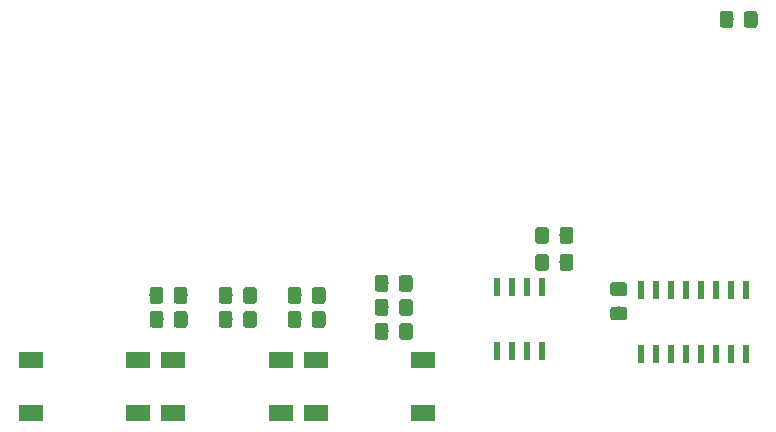
<source format=gbr>
G04 #@! TF.GenerationSoftware,KiCad,Pcbnew,5.0.2+dfsg1-1*
G04 #@! TF.CreationDate,2019-10-16T13:58:15+02:00*
G04 #@! TF.ProjectId,BEE,4245452e-6b69-4636-9164-5f7063625858,rev?*
G04 #@! TF.SameCoordinates,Original*
G04 #@! TF.FileFunction,Paste,Top*
G04 #@! TF.FilePolarity,Positive*
%FSLAX46Y46*%
G04 Gerber Fmt 4.6, Leading zero omitted, Abs format (unit mm)*
G04 Created by KiCad (PCBNEW 5.0.2+dfsg1-1) date Wed 16 Oct 2019 01:58:15 PM CEST*
%MOMM*%
%LPD*%
G01*
G04 APERTURE LIST*
%ADD10C,0.100000*%
%ADD11C,1.150000*%
%ADD12R,0.600000X1.500000*%
%ADD13R,2.100000X1.400000*%
%ADD14R,0.600000X1.550000*%
G04 APERTURE END LIST*
D10*
G04 #@! TO.C,D2*
G36*
X123557505Y-109791204D02*
X123581773Y-109794804D01*
X123605572Y-109800765D01*
X123628671Y-109809030D01*
X123650850Y-109819520D01*
X123671893Y-109832132D01*
X123691599Y-109846747D01*
X123709777Y-109863223D01*
X123726253Y-109881401D01*
X123740868Y-109901107D01*
X123753480Y-109922150D01*
X123763970Y-109944329D01*
X123772235Y-109967428D01*
X123778196Y-109991227D01*
X123781796Y-110015495D01*
X123783000Y-110039999D01*
X123783000Y-110940001D01*
X123781796Y-110964505D01*
X123778196Y-110988773D01*
X123772235Y-111012572D01*
X123763970Y-111035671D01*
X123753480Y-111057850D01*
X123740868Y-111078893D01*
X123726253Y-111098599D01*
X123709777Y-111116777D01*
X123691599Y-111133253D01*
X123671893Y-111147868D01*
X123650850Y-111160480D01*
X123628671Y-111170970D01*
X123605572Y-111179235D01*
X123581773Y-111185196D01*
X123557505Y-111188796D01*
X123533001Y-111190000D01*
X122882999Y-111190000D01*
X122858495Y-111188796D01*
X122834227Y-111185196D01*
X122810428Y-111179235D01*
X122787329Y-111170970D01*
X122765150Y-111160480D01*
X122744107Y-111147868D01*
X122724401Y-111133253D01*
X122706223Y-111116777D01*
X122689747Y-111098599D01*
X122675132Y-111078893D01*
X122662520Y-111057850D01*
X122652030Y-111035671D01*
X122643765Y-111012572D01*
X122637804Y-110988773D01*
X122634204Y-110964505D01*
X122633000Y-110940001D01*
X122633000Y-110039999D01*
X122634204Y-110015495D01*
X122637804Y-109991227D01*
X122643765Y-109967428D01*
X122652030Y-109944329D01*
X122662520Y-109922150D01*
X122675132Y-109901107D01*
X122689747Y-109881401D01*
X122706223Y-109863223D01*
X122724401Y-109846747D01*
X122744107Y-109832132D01*
X122765150Y-109819520D01*
X122787329Y-109809030D01*
X122810428Y-109800765D01*
X122834227Y-109794804D01*
X122858495Y-109791204D01*
X122882999Y-109790000D01*
X123533001Y-109790000D01*
X123557505Y-109791204D01*
X123557505Y-109791204D01*
G37*
D11*
X123208000Y-110490000D03*
D10*
G36*
X121507505Y-109791204D02*
X121531773Y-109794804D01*
X121555572Y-109800765D01*
X121578671Y-109809030D01*
X121600850Y-109819520D01*
X121621893Y-109832132D01*
X121641599Y-109846747D01*
X121659777Y-109863223D01*
X121676253Y-109881401D01*
X121690868Y-109901107D01*
X121703480Y-109922150D01*
X121713970Y-109944329D01*
X121722235Y-109967428D01*
X121728196Y-109991227D01*
X121731796Y-110015495D01*
X121733000Y-110039999D01*
X121733000Y-110940001D01*
X121731796Y-110964505D01*
X121728196Y-110988773D01*
X121722235Y-111012572D01*
X121713970Y-111035671D01*
X121703480Y-111057850D01*
X121690868Y-111078893D01*
X121676253Y-111098599D01*
X121659777Y-111116777D01*
X121641599Y-111133253D01*
X121621893Y-111147868D01*
X121600850Y-111160480D01*
X121578671Y-111170970D01*
X121555572Y-111179235D01*
X121531773Y-111185196D01*
X121507505Y-111188796D01*
X121483001Y-111190000D01*
X120832999Y-111190000D01*
X120808495Y-111188796D01*
X120784227Y-111185196D01*
X120760428Y-111179235D01*
X120737329Y-111170970D01*
X120715150Y-111160480D01*
X120694107Y-111147868D01*
X120674401Y-111133253D01*
X120656223Y-111116777D01*
X120639747Y-111098599D01*
X120625132Y-111078893D01*
X120612520Y-111057850D01*
X120602030Y-111035671D01*
X120593765Y-111012572D01*
X120587804Y-110988773D01*
X120584204Y-110964505D01*
X120583000Y-110940001D01*
X120583000Y-110039999D01*
X120584204Y-110015495D01*
X120587804Y-109991227D01*
X120593765Y-109967428D01*
X120602030Y-109944329D01*
X120612520Y-109922150D01*
X120625132Y-109901107D01*
X120639747Y-109881401D01*
X120656223Y-109863223D01*
X120674401Y-109846747D01*
X120694107Y-109832132D01*
X120715150Y-109819520D01*
X120737329Y-109809030D01*
X120760428Y-109800765D01*
X120784227Y-109794804D01*
X120808495Y-109791204D01*
X120832999Y-109790000D01*
X121483001Y-109790000D01*
X121507505Y-109791204D01*
X121507505Y-109791204D01*
G37*
D11*
X121158000Y-110490000D03*
G04 #@! TD*
D12*
G04 #@! TO.C,U1*
X156337000Y-108044000D03*
X157607000Y-108044000D03*
X158877000Y-108044000D03*
X160147000Y-108044000D03*
X161417000Y-108044000D03*
X162687000Y-108044000D03*
X163957000Y-108044000D03*
X165227000Y-108044000D03*
X165227000Y-113444000D03*
X163957000Y-113444000D03*
X162687000Y-113444000D03*
X161417000Y-113444000D03*
X160147000Y-113444000D03*
X158877000Y-113444000D03*
X157607000Y-113444000D03*
X156337000Y-113444000D03*
G04 #@! TD*
D10*
G04 #@! TO.C,R2*
G36*
X123557505Y-107759204D02*
X123581773Y-107762804D01*
X123605572Y-107768765D01*
X123628671Y-107777030D01*
X123650850Y-107787520D01*
X123671893Y-107800132D01*
X123691599Y-107814747D01*
X123709777Y-107831223D01*
X123726253Y-107849401D01*
X123740868Y-107869107D01*
X123753480Y-107890150D01*
X123763970Y-107912329D01*
X123772235Y-107935428D01*
X123778196Y-107959227D01*
X123781796Y-107983495D01*
X123783000Y-108007999D01*
X123783000Y-108908001D01*
X123781796Y-108932505D01*
X123778196Y-108956773D01*
X123772235Y-108980572D01*
X123763970Y-109003671D01*
X123753480Y-109025850D01*
X123740868Y-109046893D01*
X123726253Y-109066599D01*
X123709777Y-109084777D01*
X123691599Y-109101253D01*
X123671893Y-109115868D01*
X123650850Y-109128480D01*
X123628671Y-109138970D01*
X123605572Y-109147235D01*
X123581773Y-109153196D01*
X123557505Y-109156796D01*
X123533001Y-109158000D01*
X122882999Y-109158000D01*
X122858495Y-109156796D01*
X122834227Y-109153196D01*
X122810428Y-109147235D01*
X122787329Y-109138970D01*
X122765150Y-109128480D01*
X122744107Y-109115868D01*
X122724401Y-109101253D01*
X122706223Y-109084777D01*
X122689747Y-109066599D01*
X122675132Y-109046893D01*
X122662520Y-109025850D01*
X122652030Y-109003671D01*
X122643765Y-108980572D01*
X122637804Y-108956773D01*
X122634204Y-108932505D01*
X122633000Y-108908001D01*
X122633000Y-108007999D01*
X122634204Y-107983495D01*
X122637804Y-107959227D01*
X122643765Y-107935428D01*
X122652030Y-107912329D01*
X122662520Y-107890150D01*
X122675132Y-107869107D01*
X122689747Y-107849401D01*
X122706223Y-107831223D01*
X122724401Y-107814747D01*
X122744107Y-107800132D01*
X122765150Y-107787520D01*
X122787329Y-107777030D01*
X122810428Y-107768765D01*
X122834227Y-107762804D01*
X122858495Y-107759204D01*
X122882999Y-107758000D01*
X123533001Y-107758000D01*
X123557505Y-107759204D01*
X123557505Y-107759204D01*
G37*
D11*
X123208000Y-108458000D03*
D10*
G36*
X121507505Y-107759204D02*
X121531773Y-107762804D01*
X121555572Y-107768765D01*
X121578671Y-107777030D01*
X121600850Y-107787520D01*
X121621893Y-107800132D01*
X121641599Y-107814747D01*
X121659777Y-107831223D01*
X121676253Y-107849401D01*
X121690868Y-107869107D01*
X121703480Y-107890150D01*
X121713970Y-107912329D01*
X121722235Y-107935428D01*
X121728196Y-107959227D01*
X121731796Y-107983495D01*
X121733000Y-108007999D01*
X121733000Y-108908001D01*
X121731796Y-108932505D01*
X121728196Y-108956773D01*
X121722235Y-108980572D01*
X121713970Y-109003671D01*
X121703480Y-109025850D01*
X121690868Y-109046893D01*
X121676253Y-109066599D01*
X121659777Y-109084777D01*
X121641599Y-109101253D01*
X121621893Y-109115868D01*
X121600850Y-109128480D01*
X121578671Y-109138970D01*
X121555572Y-109147235D01*
X121531773Y-109153196D01*
X121507505Y-109156796D01*
X121483001Y-109158000D01*
X120832999Y-109158000D01*
X120808495Y-109156796D01*
X120784227Y-109153196D01*
X120760428Y-109147235D01*
X120737329Y-109138970D01*
X120715150Y-109128480D01*
X120694107Y-109115868D01*
X120674401Y-109101253D01*
X120656223Y-109084777D01*
X120639747Y-109066599D01*
X120625132Y-109046893D01*
X120612520Y-109025850D01*
X120602030Y-109003671D01*
X120593765Y-108980572D01*
X120587804Y-108956773D01*
X120584204Y-108932505D01*
X120583000Y-108908001D01*
X120583000Y-108007999D01*
X120584204Y-107983495D01*
X120587804Y-107959227D01*
X120593765Y-107935428D01*
X120602030Y-107912329D01*
X120612520Y-107890150D01*
X120625132Y-107869107D01*
X120639747Y-107849401D01*
X120656223Y-107831223D01*
X120674401Y-107814747D01*
X120694107Y-107800132D01*
X120715150Y-107787520D01*
X120737329Y-107777030D01*
X120760428Y-107768765D01*
X120784227Y-107762804D01*
X120808495Y-107759204D01*
X120832999Y-107758000D01*
X121483001Y-107758000D01*
X121507505Y-107759204D01*
X121507505Y-107759204D01*
G37*
D11*
X121158000Y-108458000D03*
G04 #@! TD*
D10*
G04 #@! TO.C,R3*
G36*
X129390505Y-107759204D02*
X129414773Y-107762804D01*
X129438572Y-107768765D01*
X129461671Y-107777030D01*
X129483850Y-107787520D01*
X129504893Y-107800132D01*
X129524599Y-107814747D01*
X129542777Y-107831223D01*
X129559253Y-107849401D01*
X129573868Y-107869107D01*
X129586480Y-107890150D01*
X129596970Y-107912329D01*
X129605235Y-107935428D01*
X129611196Y-107959227D01*
X129614796Y-107983495D01*
X129616000Y-108007999D01*
X129616000Y-108908001D01*
X129614796Y-108932505D01*
X129611196Y-108956773D01*
X129605235Y-108980572D01*
X129596970Y-109003671D01*
X129586480Y-109025850D01*
X129573868Y-109046893D01*
X129559253Y-109066599D01*
X129542777Y-109084777D01*
X129524599Y-109101253D01*
X129504893Y-109115868D01*
X129483850Y-109128480D01*
X129461671Y-109138970D01*
X129438572Y-109147235D01*
X129414773Y-109153196D01*
X129390505Y-109156796D01*
X129366001Y-109158000D01*
X128715999Y-109158000D01*
X128691495Y-109156796D01*
X128667227Y-109153196D01*
X128643428Y-109147235D01*
X128620329Y-109138970D01*
X128598150Y-109128480D01*
X128577107Y-109115868D01*
X128557401Y-109101253D01*
X128539223Y-109084777D01*
X128522747Y-109066599D01*
X128508132Y-109046893D01*
X128495520Y-109025850D01*
X128485030Y-109003671D01*
X128476765Y-108980572D01*
X128470804Y-108956773D01*
X128467204Y-108932505D01*
X128466000Y-108908001D01*
X128466000Y-108007999D01*
X128467204Y-107983495D01*
X128470804Y-107959227D01*
X128476765Y-107935428D01*
X128485030Y-107912329D01*
X128495520Y-107890150D01*
X128508132Y-107869107D01*
X128522747Y-107849401D01*
X128539223Y-107831223D01*
X128557401Y-107814747D01*
X128577107Y-107800132D01*
X128598150Y-107787520D01*
X128620329Y-107777030D01*
X128643428Y-107768765D01*
X128667227Y-107762804D01*
X128691495Y-107759204D01*
X128715999Y-107758000D01*
X129366001Y-107758000D01*
X129390505Y-107759204D01*
X129390505Y-107759204D01*
G37*
D11*
X129041000Y-108458000D03*
D10*
G36*
X127340505Y-107759204D02*
X127364773Y-107762804D01*
X127388572Y-107768765D01*
X127411671Y-107777030D01*
X127433850Y-107787520D01*
X127454893Y-107800132D01*
X127474599Y-107814747D01*
X127492777Y-107831223D01*
X127509253Y-107849401D01*
X127523868Y-107869107D01*
X127536480Y-107890150D01*
X127546970Y-107912329D01*
X127555235Y-107935428D01*
X127561196Y-107959227D01*
X127564796Y-107983495D01*
X127566000Y-108007999D01*
X127566000Y-108908001D01*
X127564796Y-108932505D01*
X127561196Y-108956773D01*
X127555235Y-108980572D01*
X127546970Y-109003671D01*
X127536480Y-109025850D01*
X127523868Y-109046893D01*
X127509253Y-109066599D01*
X127492777Y-109084777D01*
X127474599Y-109101253D01*
X127454893Y-109115868D01*
X127433850Y-109128480D01*
X127411671Y-109138970D01*
X127388572Y-109147235D01*
X127364773Y-109153196D01*
X127340505Y-109156796D01*
X127316001Y-109158000D01*
X126665999Y-109158000D01*
X126641495Y-109156796D01*
X126617227Y-109153196D01*
X126593428Y-109147235D01*
X126570329Y-109138970D01*
X126548150Y-109128480D01*
X126527107Y-109115868D01*
X126507401Y-109101253D01*
X126489223Y-109084777D01*
X126472747Y-109066599D01*
X126458132Y-109046893D01*
X126445520Y-109025850D01*
X126435030Y-109003671D01*
X126426765Y-108980572D01*
X126420804Y-108956773D01*
X126417204Y-108932505D01*
X126416000Y-108908001D01*
X126416000Y-108007999D01*
X126417204Y-107983495D01*
X126420804Y-107959227D01*
X126426765Y-107935428D01*
X126435030Y-107912329D01*
X126445520Y-107890150D01*
X126458132Y-107869107D01*
X126472747Y-107849401D01*
X126489223Y-107831223D01*
X126507401Y-107814747D01*
X126527107Y-107800132D01*
X126548150Y-107787520D01*
X126570329Y-107777030D01*
X126593428Y-107768765D01*
X126617227Y-107762804D01*
X126641495Y-107759204D01*
X126665999Y-107758000D01*
X127316001Y-107758000D01*
X127340505Y-107759204D01*
X127340505Y-107759204D01*
G37*
D11*
X126991000Y-108458000D03*
G04 #@! TD*
D10*
G04 #@! TO.C,D1*
G36*
X117706505Y-109791204D02*
X117730773Y-109794804D01*
X117754572Y-109800765D01*
X117777671Y-109809030D01*
X117799850Y-109819520D01*
X117820893Y-109832132D01*
X117840599Y-109846747D01*
X117858777Y-109863223D01*
X117875253Y-109881401D01*
X117889868Y-109901107D01*
X117902480Y-109922150D01*
X117912970Y-109944329D01*
X117921235Y-109967428D01*
X117927196Y-109991227D01*
X117930796Y-110015495D01*
X117932000Y-110039999D01*
X117932000Y-110940001D01*
X117930796Y-110964505D01*
X117927196Y-110988773D01*
X117921235Y-111012572D01*
X117912970Y-111035671D01*
X117902480Y-111057850D01*
X117889868Y-111078893D01*
X117875253Y-111098599D01*
X117858777Y-111116777D01*
X117840599Y-111133253D01*
X117820893Y-111147868D01*
X117799850Y-111160480D01*
X117777671Y-111170970D01*
X117754572Y-111179235D01*
X117730773Y-111185196D01*
X117706505Y-111188796D01*
X117682001Y-111190000D01*
X117031999Y-111190000D01*
X117007495Y-111188796D01*
X116983227Y-111185196D01*
X116959428Y-111179235D01*
X116936329Y-111170970D01*
X116914150Y-111160480D01*
X116893107Y-111147868D01*
X116873401Y-111133253D01*
X116855223Y-111116777D01*
X116838747Y-111098599D01*
X116824132Y-111078893D01*
X116811520Y-111057850D01*
X116801030Y-111035671D01*
X116792765Y-111012572D01*
X116786804Y-110988773D01*
X116783204Y-110964505D01*
X116782000Y-110940001D01*
X116782000Y-110039999D01*
X116783204Y-110015495D01*
X116786804Y-109991227D01*
X116792765Y-109967428D01*
X116801030Y-109944329D01*
X116811520Y-109922150D01*
X116824132Y-109901107D01*
X116838747Y-109881401D01*
X116855223Y-109863223D01*
X116873401Y-109846747D01*
X116893107Y-109832132D01*
X116914150Y-109819520D01*
X116936329Y-109809030D01*
X116959428Y-109800765D01*
X116983227Y-109794804D01*
X117007495Y-109791204D01*
X117031999Y-109790000D01*
X117682001Y-109790000D01*
X117706505Y-109791204D01*
X117706505Y-109791204D01*
G37*
D11*
X117357000Y-110490000D03*
D10*
G36*
X115656505Y-109791204D02*
X115680773Y-109794804D01*
X115704572Y-109800765D01*
X115727671Y-109809030D01*
X115749850Y-109819520D01*
X115770893Y-109832132D01*
X115790599Y-109846747D01*
X115808777Y-109863223D01*
X115825253Y-109881401D01*
X115839868Y-109901107D01*
X115852480Y-109922150D01*
X115862970Y-109944329D01*
X115871235Y-109967428D01*
X115877196Y-109991227D01*
X115880796Y-110015495D01*
X115882000Y-110039999D01*
X115882000Y-110940001D01*
X115880796Y-110964505D01*
X115877196Y-110988773D01*
X115871235Y-111012572D01*
X115862970Y-111035671D01*
X115852480Y-111057850D01*
X115839868Y-111078893D01*
X115825253Y-111098599D01*
X115808777Y-111116777D01*
X115790599Y-111133253D01*
X115770893Y-111147868D01*
X115749850Y-111160480D01*
X115727671Y-111170970D01*
X115704572Y-111179235D01*
X115680773Y-111185196D01*
X115656505Y-111188796D01*
X115632001Y-111190000D01*
X114981999Y-111190000D01*
X114957495Y-111188796D01*
X114933227Y-111185196D01*
X114909428Y-111179235D01*
X114886329Y-111170970D01*
X114864150Y-111160480D01*
X114843107Y-111147868D01*
X114823401Y-111133253D01*
X114805223Y-111116777D01*
X114788747Y-111098599D01*
X114774132Y-111078893D01*
X114761520Y-111057850D01*
X114751030Y-111035671D01*
X114742765Y-111012572D01*
X114736804Y-110988773D01*
X114733204Y-110964505D01*
X114732000Y-110940001D01*
X114732000Y-110039999D01*
X114733204Y-110015495D01*
X114736804Y-109991227D01*
X114742765Y-109967428D01*
X114751030Y-109944329D01*
X114761520Y-109922150D01*
X114774132Y-109901107D01*
X114788747Y-109881401D01*
X114805223Y-109863223D01*
X114823401Y-109846747D01*
X114843107Y-109832132D01*
X114864150Y-109819520D01*
X114886329Y-109809030D01*
X114909428Y-109800765D01*
X114933227Y-109794804D01*
X114957495Y-109791204D01*
X114981999Y-109790000D01*
X115632001Y-109790000D01*
X115656505Y-109791204D01*
X115656505Y-109791204D01*
G37*
D11*
X115307000Y-110490000D03*
G04 #@! TD*
D10*
G04 #@! TO.C,R1*
G36*
X117697505Y-107759204D02*
X117721773Y-107762804D01*
X117745572Y-107768765D01*
X117768671Y-107777030D01*
X117790850Y-107787520D01*
X117811893Y-107800132D01*
X117831599Y-107814747D01*
X117849777Y-107831223D01*
X117866253Y-107849401D01*
X117880868Y-107869107D01*
X117893480Y-107890150D01*
X117903970Y-107912329D01*
X117912235Y-107935428D01*
X117918196Y-107959227D01*
X117921796Y-107983495D01*
X117923000Y-108007999D01*
X117923000Y-108908001D01*
X117921796Y-108932505D01*
X117918196Y-108956773D01*
X117912235Y-108980572D01*
X117903970Y-109003671D01*
X117893480Y-109025850D01*
X117880868Y-109046893D01*
X117866253Y-109066599D01*
X117849777Y-109084777D01*
X117831599Y-109101253D01*
X117811893Y-109115868D01*
X117790850Y-109128480D01*
X117768671Y-109138970D01*
X117745572Y-109147235D01*
X117721773Y-109153196D01*
X117697505Y-109156796D01*
X117673001Y-109158000D01*
X117022999Y-109158000D01*
X116998495Y-109156796D01*
X116974227Y-109153196D01*
X116950428Y-109147235D01*
X116927329Y-109138970D01*
X116905150Y-109128480D01*
X116884107Y-109115868D01*
X116864401Y-109101253D01*
X116846223Y-109084777D01*
X116829747Y-109066599D01*
X116815132Y-109046893D01*
X116802520Y-109025850D01*
X116792030Y-109003671D01*
X116783765Y-108980572D01*
X116777804Y-108956773D01*
X116774204Y-108932505D01*
X116773000Y-108908001D01*
X116773000Y-108007999D01*
X116774204Y-107983495D01*
X116777804Y-107959227D01*
X116783765Y-107935428D01*
X116792030Y-107912329D01*
X116802520Y-107890150D01*
X116815132Y-107869107D01*
X116829747Y-107849401D01*
X116846223Y-107831223D01*
X116864401Y-107814747D01*
X116884107Y-107800132D01*
X116905150Y-107787520D01*
X116927329Y-107777030D01*
X116950428Y-107768765D01*
X116974227Y-107762804D01*
X116998495Y-107759204D01*
X117022999Y-107758000D01*
X117673001Y-107758000D01*
X117697505Y-107759204D01*
X117697505Y-107759204D01*
G37*
D11*
X117348000Y-108458000D03*
D10*
G36*
X115647505Y-107759204D02*
X115671773Y-107762804D01*
X115695572Y-107768765D01*
X115718671Y-107777030D01*
X115740850Y-107787520D01*
X115761893Y-107800132D01*
X115781599Y-107814747D01*
X115799777Y-107831223D01*
X115816253Y-107849401D01*
X115830868Y-107869107D01*
X115843480Y-107890150D01*
X115853970Y-107912329D01*
X115862235Y-107935428D01*
X115868196Y-107959227D01*
X115871796Y-107983495D01*
X115873000Y-108007999D01*
X115873000Y-108908001D01*
X115871796Y-108932505D01*
X115868196Y-108956773D01*
X115862235Y-108980572D01*
X115853970Y-109003671D01*
X115843480Y-109025850D01*
X115830868Y-109046893D01*
X115816253Y-109066599D01*
X115799777Y-109084777D01*
X115781599Y-109101253D01*
X115761893Y-109115868D01*
X115740850Y-109128480D01*
X115718671Y-109138970D01*
X115695572Y-109147235D01*
X115671773Y-109153196D01*
X115647505Y-109156796D01*
X115623001Y-109158000D01*
X114972999Y-109158000D01*
X114948495Y-109156796D01*
X114924227Y-109153196D01*
X114900428Y-109147235D01*
X114877329Y-109138970D01*
X114855150Y-109128480D01*
X114834107Y-109115868D01*
X114814401Y-109101253D01*
X114796223Y-109084777D01*
X114779747Y-109066599D01*
X114765132Y-109046893D01*
X114752520Y-109025850D01*
X114742030Y-109003671D01*
X114733765Y-108980572D01*
X114727804Y-108956773D01*
X114724204Y-108932505D01*
X114723000Y-108908001D01*
X114723000Y-108007999D01*
X114724204Y-107983495D01*
X114727804Y-107959227D01*
X114733765Y-107935428D01*
X114742030Y-107912329D01*
X114752520Y-107890150D01*
X114765132Y-107869107D01*
X114779747Y-107849401D01*
X114796223Y-107831223D01*
X114814401Y-107814747D01*
X114834107Y-107800132D01*
X114855150Y-107787520D01*
X114877329Y-107777030D01*
X114900428Y-107768765D01*
X114924227Y-107762804D01*
X114948495Y-107759204D01*
X114972999Y-107758000D01*
X115623001Y-107758000D01*
X115647505Y-107759204D01*
X115647505Y-107759204D01*
G37*
D11*
X115298000Y-108458000D03*
G04 #@! TD*
D10*
G04 #@! TO.C,D3*
G36*
X129390505Y-109791204D02*
X129414773Y-109794804D01*
X129438572Y-109800765D01*
X129461671Y-109809030D01*
X129483850Y-109819520D01*
X129504893Y-109832132D01*
X129524599Y-109846747D01*
X129542777Y-109863223D01*
X129559253Y-109881401D01*
X129573868Y-109901107D01*
X129586480Y-109922150D01*
X129596970Y-109944329D01*
X129605235Y-109967428D01*
X129611196Y-109991227D01*
X129614796Y-110015495D01*
X129616000Y-110039999D01*
X129616000Y-110940001D01*
X129614796Y-110964505D01*
X129611196Y-110988773D01*
X129605235Y-111012572D01*
X129596970Y-111035671D01*
X129586480Y-111057850D01*
X129573868Y-111078893D01*
X129559253Y-111098599D01*
X129542777Y-111116777D01*
X129524599Y-111133253D01*
X129504893Y-111147868D01*
X129483850Y-111160480D01*
X129461671Y-111170970D01*
X129438572Y-111179235D01*
X129414773Y-111185196D01*
X129390505Y-111188796D01*
X129366001Y-111190000D01*
X128715999Y-111190000D01*
X128691495Y-111188796D01*
X128667227Y-111185196D01*
X128643428Y-111179235D01*
X128620329Y-111170970D01*
X128598150Y-111160480D01*
X128577107Y-111147868D01*
X128557401Y-111133253D01*
X128539223Y-111116777D01*
X128522747Y-111098599D01*
X128508132Y-111078893D01*
X128495520Y-111057850D01*
X128485030Y-111035671D01*
X128476765Y-111012572D01*
X128470804Y-110988773D01*
X128467204Y-110964505D01*
X128466000Y-110940001D01*
X128466000Y-110039999D01*
X128467204Y-110015495D01*
X128470804Y-109991227D01*
X128476765Y-109967428D01*
X128485030Y-109944329D01*
X128495520Y-109922150D01*
X128508132Y-109901107D01*
X128522747Y-109881401D01*
X128539223Y-109863223D01*
X128557401Y-109846747D01*
X128577107Y-109832132D01*
X128598150Y-109819520D01*
X128620329Y-109809030D01*
X128643428Y-109800765D01*
X128667227Y-109794804D01*
X128691495Y-109791204D01*
X128715999Y-109790000D01*
X129366001Y-109790000D01*
X129390505Y-109791204D01*
X129390505Y-109791204D01*
G37*
D11*
X129041000Y-110490000D03*
D10*
G36*
X127340505Y-109791204D02*
X127364773Y-109794804D01*
X127388572Y-109800765D01*
X127411671Y-109809030D01*
X127433850Y-109819520D01*
X127454893Y-109832132D01*
X127474599Y-109846747D01*
X127492777Y-109863223D01*
X127509253Y-109881401D01*
X127523868Y-109901107D01*
X127536480Y-109922150D01*
X127546970Y-109944329D01*
X127555235Y-109967428D01*
X127561196Y-109991227D01*
X127564796Y-110015495D01*
X127566000Y-110039999D01*
X127566000Y-110940001D01*
X127564796Y-110964505D01*
X127561196Y-110988773D01*
X127555235Y-111012572D01*
X127546970Y-111035671D01*
X127536480Y-111057850D01*
X127523868Y-111078893D01*
X127509253Y-111098599D01*
X127492777Y-111116777D01*
X127474599Y-111133253D01*
X127454893Y-111147868D01*
X127433850Y-111160480D01*
X127411671Y-111170970D01*
X127388572Y-111179235D01*
X127364773Y-111185196D01*
X127340505Y-111188796D01*
X127316001Y-111190000D01*
X126665999Y-111190000D01*
X126641495Y-111188796D01*
X126617227Y-111185196D01*
X126593428Y-111179235D01*
X126570329Y-111170970D01*
X126548150Y-111160480D01*
X126527107Y-111147868D01*
X126507401Y-111133253D01*
X126489223Y-111116777D01*
X126472747Y-111098599D01*
X126458132Y-111078893D01*
X126445520Y-111057850D01*
X126435030Y-111035671D01*
X126426765Y-111012572D01*
X126420804Y-110988773D01*
X126417204Y-110964505D01*
X126416000Y-110940001D01*
X126416000Y-110039999D01*
X126417204Y-110015495D01*
X126420804Y-109991227D01*
X126426765Y-109967428D01*
X126435030Y-109944329D01*
X126445520Y-109922150D01*
X126458132Y-109901107D01*
X126472747Y-109881401D01*
X126489223Y-109863223D01*
X126507401Y-109846747D01*
X126527107Y-109832132D01*
X126548150Y-109819520D01*
X126570329Y-109809030D01*
X126593428Y-109800765D01*
X126617227Y-109794804D01*
X126641495Y-109791204D01*
X126665999Y-109790000D01*
X127316001Y-109790000D01*
X127340505Y-109791204D01*
X127340505Y-109791204D01*
G37*
D11*
X126991000Y-110490000D03*
G04 #@! TD*
D10*
G04 #@! TO.C,R4*
G36*
X134715505Y-108775204D02*
X134739773Y-108778804D01*
X134763572Y-108784765D01*
X134786671Y-108793030D01*
X134808850Y-108803520D01*
X134829893Y-108816132D01*
X134849599Y-108830747D01*
X134867777Y-108847223D01*
X134884253Y-108865401D01*
X134898868Y-108885107D01*
X134911480Y-108906150D01*
X134921970Y-108928329D01*
X134930235Y-108951428D01*
X134936196Y-108975227D01*
X134939796Y-108999495D01*
X134941000Y-109023999D01*
X134941000Y-109924001D01*
X134939796Y-109948505D01*
X134936196Y-109972773D01*
X134930235Y-109996572D01*
X134921970Y-110019671D01*
X134911480Y-110041850D01*
X134898868Y-110062893D01*
X134884253Y-110082599D01*
X134867777Y-110100777D01*
X134849599Y-110117253D01*
X134829893Y-110131868D01*
X134808850Y-110144480D01*
X134786671Y-110154970D01*
X134763572Y-110163235D01*
X134739773Y-110169196D01*
X134715505Y-110172796D01*
X134691001Y-110174000D01*
X134040999Y-110174000D01*
X134016495Y-110172796D01*
X133992227Y-110169196D01*
X133968428Y-110163235D01*
X133945329Y-110154970D01*
X133923150Y-110144480D01*
X133902107Y-110131868D01*
X133882401Y-110117253D01*
X133864223Y-110100777D01*
X133847747Y-110082599D01*
X133833132Y-110062893D01*
X133820520Y-110041850D01*
X133810030Y-110019671D01*
X133801765Y-109996572D01*
X133795804Y-109972773D01*
X133792204Y-109948505D01*
X133791000Y-109924001D01*
X133791000Y-109023999D01*
X133792204Y-108999495D01*
X133795804Y-108975227D01*
X133801765Y-108951428D01*
X133810030Y-108928329D01*
X133820520Y-108906150D01*
X133833132Y-108885107D01*
X133847747Y-108865401D01*
X133864223Y-108847223D01*
X133882401Y-108830747D01*
X133902107Y-108816132D01*
X133923150Y-108803520D01*
X133945329Y-108793030D01*
X133968428Y-108784765D01*
X133992227Y-108778804D01*
X134016495Y-108775204D01*
X134040999Y-108774000D01*
X134691001Y-108774000D01*
X134715505Y-108775204D01*
X134715505Y-108775204D01*
G37*
D11*
X134366000Y-109474000D03*
D10*
G36*
X136765505Y-108775204D02*
X136789773Y-108778804D01*
X136813572Y-108784765D01*
X136836671Y-108793030D01*
X136858850Y-108803520D01*
X136879893Y-108816132D01*
X136899599Y-108830747D01*
X136917777Y-108847223D01*
X136934253Y-108865401D01*
X136948868Y-108885107D01*
X136961480Y-108906150D01*
X136971970Y-108928329D01*
X136980235Y-108951428D01*
X136986196Y-108975227D01*
X136989796Y-108999495D01*
X136991000Y-109023999D01*
X136991000Y-109924001D01*
X136989796Y-109948505D01*
X136986196Y-109972773D01*
X136980235Y-109996572D01*
X136971970Y-110019671D01*
X136961480Y-110041850D01*
X136948868Y-110062893D01*
X136934253Y-110082599D01*
X136917777Y-110100777D01*
X136899599Y-110117253D01*
X136879893Y-110131868D01*
X136858850Y-110144480D01*
X136836671Y-110154970D01*
X136813572Y-110163235D01*
X136789773Y-110169196D01*
X136765505Y-110172796D01*
X136741001Y-110174000D01*
X136090999Y-110174000D01*
X136066495Y-110172796D01*
X136042227Y-110169196D01*
X136018428Y-110163235D01*
X135995329Y-110154970D01*
X135973150Y-110144480D01*
X135952107Y-110131868D01*
X135932401Y-110117253D01*
X135914223Y-110100777D01*
X135897747Y-110082599D01*
X135883132Y-110062893D01*
X135870520Y-110041850D01*
X135860030Y-110019671D01*
X135851765Y-109996572D01*
X135845804Y-109972773D01*
X135842204Y-109948505D01*
X135841000Y-109924001D01*
X135841000Y-109023999D01*
X135842204Y-108999495D01*
X135845804Y-108975227D01*
X135851765Y-108951428D01*
X135860030Y-108928329D01*
X135870520Y-108906150D01*
X135883132Y-108885107D01*
X135897747Y-108865401D01*
X135914223Y-108847223D01*
X135932401Y-108830747D01*
X135952107Y-108816132D01*
X135973150Y-108803520D01*
X135995329Y-108793030D01*
X136018428Y-108784765D01*
X136042227Y-108778804D01*
X136066495Y-108775204D01*
X136090999Y-108774000D01*
X136741001Y-108774000D01*
X136765505Y-108775204D01*
X136765505Y-108775204D01*
G37*
D11*
X136416000Y-109474000D03*
G04 #@! TD*
D10*
G04 #@! TO.C,R5*
G36*
X134715505Y-110807204D02*
X134739773Y-110810804D01*
X134763572Y-110816765D01*
X134786671Y-110825030D01*
X134808850Y-110835520D01*
X134829893Y-110848132D01*
X134849599Y-110862747D01*
X134867777Y-110879223D01*
X134884253Y-110897401D01*
X134898868Y-110917107D01*
X134911480Y-110938150D01*
X134921970Y-110960329D01*
X134930235Y-110983428D01*
X134936196Y-111007227D01*
X134939796Y-111031495D01*
X134941000Y-111055999D01*
X134941000Y-111956001D01*
X134939796Y-111980505D01*
X134936196Y-112004773D01*
X134930235Y-112028572D01*
X134921970Y-112051671D01*
X134911480Y-112073850D01*
X134898868Y-112094893D01*
X134884253Y-112114599D01*
X134867777Y-112132777D01*
X134849599Y-112149253D01*
X134829893Y-112163868D01*
X134808850Y-112176480D01*
X134786671Y-112186970D01*
X134763572Y-112195235D01*
X134739773Y-112201196D01*
X134715505Y-112204796D01*
X134691001Y-112206000D01*
X134040999Y-112206000D01*
X134016495Y-112204796D01*
X133992227Y-112201196D01*
X133968428Y-112195235D01*
X133945329Y-112186970D01*
X133923150Y-112176480D01*
X133902107Y-112163868D01*
X133882401Y-112149253D01*
X133864223Y-112132777D01*
X133847747Y-112114599D01*
X133833132Y-112094893D01*
X133820520Y-112073850D01*
X133810030Y-112051671D01*
X133801765Y-112028572D01*
X133795804Y-112004773D01*
X133792204Y-111980505D01*
X133791000Y-111956001D01*
X133791000Y-111055999D01*
X133792204Y-111031495D01*
X133795804Y-111007227D01*
X133801765Y-110983428D01*
X133810030Y-110960329D01*
X133820520Y-110938150D01*
X133833132Y-110917107D01*
X133847747Y-110897401D01*
X133864223Y-110879223D01*
X133882401Y-110862747D01*
X133902107Y-110848132D01*
X133923150Y-110835520D01*
X133945329Y-110825030D01*
X133968428Y-110816765D01*
X133992227Y-110810804D01*
X134016495Y-110807204D01*
X134040999Y-110806000D01*
X134691001Y-110806000D01*
X134715505Y-110807204D01*
X134715505Y-110807204D01*
G37*
D11*
X134366000Y-111506000D03*
D10*
G36*
X136765505Y-110807204D02*
X136789773Y-110810804D01*
X136813572Y-110816765D01*
X136836671Y-110825030D01*
X136858850Y-110835520D01*
X136879893Y-110848132D01*
X136899599Y-110862747D01*
X136917777Y-110879223D01*
X136934253Y-110897401D01*
X136948868Y-110917107D01*
X136961480Y-110938150D01*
X136971970Y-110960329D01*
X136980235Y-110983428D01*
X136986196Y-111007227D01*
X136989796Y-111031495D01*
X136991000Y-111055999D01*
X136991000Y-111956001D01*
X136989796Y-111980505D01*
X136986196Y-112004773D01*
X136980235Y-112028572D01*
X136971970Y-112051671D01*
X136961480Y-112073850D01*
X136948868Y-112094893D01*
X136934253Y-112114599D01*
X136917777Y-112132777D01*
X136899599Y-112149253D01*
X136879893Y-112163868D01*
X136858850Y-112176480D01*
X136836671Y-112186970D01*
X136813572Y-112195235D01*
X136789773Y-112201196D01*
X136765505Y-112204796D01*
X136741001Y-112206000D01*
X136090999Y-112206000D01*
X136066495Y-112204796D01*
X136042227Y-112201196D01*
X136018428Y-112195235D01*
X135995329Y-112186970D01*
X135973150Y-112176480D01*
X135952107Y-112163868D01*
X135932401Y-112149253D01*
X135914223Y-112132777D01*
X135897747Y-112114599D01*
X135883132Y-112094893D01*
X135870520Y-112073850D01*
X135860030Y-112051671D01*
X135851765Y-112028572D01*
X135845804Y-112004773D01*
X135842204Y-111980505D01*
X135841000Y-111956001D01*
X135841000Y-111055999D01*
X135842204Y-111031495D01*
X135845804Y-111007227D01*
X135851765Y-110983428D01*
X135860030Y-110960329D01*
X135870520Y-110938150D01*
X135883132Y-110917107D01*
X135897747Y-110897401D01*
X135914223Y-110879223D01*
X135932401Y-110862747D01*
X135952107Y-110848132D01*
X135973150Y-110835520D01*
X135995329Y-110825030D01*
X136018428Y-110816765D01*
X136042227Y-110810804D01*
X136066495Y-110807204D01*
X136090999Y-110806000D01*
X136741001Y-110806000D01*
X136765505Y-110807204D01*
X136765505Y-110807204D01*
G37*
D11*
X136416000Y-111506000D03*
G04 #@! TD*
D10*
G04 #@! TO.C,R6*
G36*
X134706505Y-106743204D02*
X134730773Y-106746804D01*
X134754572Y-106752765D01*
X134777671Y-106761030D01*
X134799850Y-106771520D01*
X134820893Y-106784132D01*
X134840599Y-106798747D01*
X134858777Y-106815223D01*
X134875253Y-106833401D01*
X134889868Y-106853107D01*
X134902480Y-106874150D01*
X134912970Y-106896329D01*
X134921235Y-106919428D01*
X134927196Y-106943227D01*
X134930796Y-106967495D01*
X134932000Y-106991999D01*
X134932000Y-107892001D01*
X134930796Y-107916505D01*
X134927196Y-107940773D01*
X134921235Y-107964572D01*
X134912970Y-107987671D01*
X134902480Y-108009850D01*
X134889868Y-108030893D01*
X134875253Y-108050599D01*
X134858777Y-108068777D01*
X134840599Y-108085253D01*
X134820893Y-108099868D01*
X134799850Y-108112480D01*
X134777671Y-108122970D01*
X134754572Y-108131235D01*
X134730773Y-108137196D01*
X134706505Y-108140796D01*
X134682001Y-108142000D01*
X134031999Y-108142000D01*
X134007495Y-108140796D01*
X133983227Y-108137196D01*
X133959428Y-108131235D01*
X133936329Y-108122970D01*
X133914150Y-108112480D01*
X133893107Y-108099868D01*
X133873401Y-108085253D01*
X133855223Y-108068777D01*
X133838747Y-108050599D01*
X133824132Y-108030893D01*
X133811520Y-108009850D01*
X133801030Y-107987671D01*
X133792765Y-107964572D01*
X133786804Y-107940773D01*
X133783204Y-107916505D01*
X133782000Y-107892001D01*
X133782000Y-106991999D01*
X133783204Y-106967495D01*
X133786804Y-106943227D01*
X133792765Y-106919428D01*
X133801030Y-106896329D01*
X133811520Y-106874150D01*
X133824132Y-106853107D01*
X133838747Y-106833401D01*
X133855223Y-106815223D01*
X133873401Y-106798747D01*
X133893107Y-106784132D01*
X133914150Y-106771520D01*
X133936329Y-106761030D01*
X133959428Y-106752765D01*
X133983227Y-106746804D01*
X134007495Y-106743204D01*
X134031999Y-106742000D01*
X134682001Y-106742000D01*
X134706505Y-106743204D01*
X134706505Y-106743204D01*
G37*
D11*
X134357000Y-107442000D03*
D10*
G36*
X136756505Y-106743204D02*
X136780773Y-106746804D01*
X136804572Y-106752765D01*
X136827671Y-106761030D01*
X136849850Y-106771520D01*
X136870893Y-106784132D01*
X136890599Y-106798747D01*
X136908777Y-106815223D01*
X136925253Y-106833401D01*
X136939868Y-106853107D01*
X136952480Y-106874150D01*
X136962970Y-106896329D01*
X136971235Y-106919428D01*
X136977196Y-106943227D01*
X136980796Y-106967495D01*
X136982000Y-106991999D01*
X136982000Y-107892001D01*
X136980796Y-107916505D01*
X136977196Y-107940773D01*
X136971235Y-107964572D01*
X136962970Y-107987671D01*
X136952480Y-108009850D01*
X136939868Y-108030893D01*
X136925253Y-108050599D01*
X136908777Y-108068777D01*
X136890599Y-108085253D01*
X136870893Y-108099868D01*
X136849850Y-108112480D01*
X136827671Y-108122970D01*
X136804572Y-108131235D01*
X136780773Y-108137196D01*
X136756505Y-108140796D01*
X136732001Y-108142000D01*
X136081999Y-108142000D01*
X136057495Y-108140796D01*
X136033227Y-108137196D01*
X136009428Y-108131235D01*
X135986329Y-108122970D01*
X135964150Y-108112480D01*
X135943107Y-108099868D01*
X135923401Y-108085253D01*
X135905223Y-108068777D01*
X135888747Y-108050599D01*
X135874132Y-108030893D01*
X135861520Y-108009850D01*
X135851030Y-107987671D01*
X135842765Y-107964572D01*
X135836804Y-107940773D01*
X135833204Y-107916505D01*
X135832000Y-107892001D01*
X135832000Y-106991999D01*
X135833204Y-106967495D01*
X135836804Y-106943227D01*
X135842765Y-106919428D01*
X135851030Y-106896329D01*
X135861520Y-106874150D01*
X135874132Y-106853107D01*
X135888747Y-106833401D01*
X135905223Y-106815223D01*
X135923401Y-106798747D01*
X135943107Y-106784132D01*
X135964150Y-106771520D01*
X135986329Y-106761030D01*
X136009428Y-106752765D01*
X136033227Y-106746804D01*
X136057495Y-106743204D01*
X136081999Y-106742000D01*
X136732001Y-106742000D01*
X136756505Y-106743204D01*
X136756505Y-106743204D01*
G37*
D11*
X136407000Y-107442000D03*
G04 #@! TD*
D13*
G04 #@! TO.C,SW1*
X113770000Y-118455000D03*
X104670000Y-118455000D03*
X113770000Y-113955000D03*
X104670000Y-113955000D03*
G04 #@! TD*
G04 #@! TO.C,SW2*
X125835000Y-118455000D03*
X116735000Y-118455000D03*
X125835000Y-113955000D03*
X116735000Y-113955000D03*
G04 #@! TD*
G04 #@! TO.C,SW3*
X137900000Y-118455000D03*
X128800000Y-118455000D03*
X137900000Y-113955000D03*
X128800000Y-113955000D03*
G04 #@! TD*
D14*
G04 #@! TO.C,U2*
X147955000Y-113190000D03*
X146685000Y-113190000D03*
X145415000Y-113190000D03*
X144145000Y-113190000D03*
X144145000Y-107790000D03*
X145415000Y-107790000D03*
X146685000Y-107790000D03*
X147955000Y-107790000D03*
G04 #@! TD*
D10*
G04 #@! TO.C,C1*
G36*
X154906505Y-109408204D02*
X154930773Y-109411804D01*
X154954572Y-109417765D01*
X154977671Y-109426030D01*
X154999850Y-109436520D01*
X155020893Y-109449132D01*
X155040599Y-109463747D01*
X155058777Y-109480223D01*
X155075253Y-109498401D01*
X155089868Y-109518107D01*
X155102480Y-109539150D01*
X155112970Y-109561329D01*
X155121235Y-109584428D01*
X155127196Y-109608227D01*
X155130796Y-109632495D01*
X155132000Y-109656999D01*
X155132000Y-110307001D01*
X155130796Y-110331505D01*
X155127196Y-110355773D01*
X155121235Y-110379572D01*
X155112970Y-110402671D01*
X155102480Y-110424850D01*
X155089868Y-110445893D01*
X155075253Y-110465599D01*
X155058777Y-110483777D01*
X155040599Y-110500253D01*
X155020893Y-110514868D01*
X154999850Y-110527480D01*
X154977671Y-110537970D01*
X154954572Y-110546235D01*
X154930773Y-110552196D01*
X154906505Y-110555796D01*
X154882001Y-110557000D01*
X153981999Y-110557000D01*
X153957495Y-110555796D01*
X153933227Y-110552196D01*
X153909428Y-110546235D01*
X153886329Y-110537970D01*
X153864150Y-110527480D01*
X153843107Y-110514868D01*
X153823401Y-110500253D01*
X153805223Y-110483777D01*
X153788747Y-110465599D01*
X153774132Y-110445893D01*
X153761520Y-110424850D01*
X153751030Y-110402671D01*
X153742765Y-110379572D01*
X153736804Y-110355773D01*
X153733204Y-110331505D01*
X153732000Y-110307001D01*
X153732000Y-109656999D01*
X153733204Y-109632495D01*
X153736804Y-109608227D01*
X153742765Y-109584428D01*
X153751030Y-109561329D01*
X153761520Y-109539150D01*
X153774132Y-109518107D01*
X153788747Y-109498401D01*
X153805223Y-109480223D01*
X153823401Y-109463747D01*
X153843107Y-109449132D01*
X153864150Y-109436520D01*
X153886329Y-109426030D01*
X153909428Y-109417765D01*
X153933227Y-109411804D01*
X153957495Y-109408204D01*
X153981999Y-109407000D01*
X154882001Y-109407000D01*
X154906505Y-109408204D01*
X154906505Y-109408204D01*
G37*
D11*
X154432000Y-109982000D03*
D10*
G36*
X154906505Y-107358204D02*
X154930773Y-107361804D01*
X154954572Y-107367765D01*
X154977671Y-107376030D01*
X154999850Y-107386520D01*
X155020893Y-107399132D01*
X155040599Y-107413747D01*
X155058777Y-107430223D01*
X155075253Y-107448401D01*
X155089868Y-107468107D01*
X155102480Y-107489150D01*
X155112970Y-107511329D01*
X155121235Y-107534428D01*
X155127196Y-107558227D01*
X155130796Y-107582495D01*
X155132000Y-107606999D01*
X155132000Y-108257001D01*
X155130796Y-108281505D01*
X155127196Y-108305773D01*
X155121235Y-108329572D01*
X155112970Y-108352671D01*
X155102480Y-108374850D01*
X155089868Y-108395893D01*
X155075253Y-108415599D01*
X155058777Y-108433777D01*
X155040599Y-108450253D01*
X155020893Y-108464868D01*
X154999850Y-108477480D01*
X154977671Y-108487970D01*
X154954572Y-108496235D01*
X154930773Y-108502196D01*
X154906505Y-108505796D01*
X154882001Y-108507000D01*
X153981999Y-108507000D01*
X153957495Y-108505796D01*
X153933227Y-108502196D01*
X153909428Y-108496235D01*
X153886329Y-108487970D01*
X153864150Y-108477480D01*
X153843107Y-108464868D01*
X153823401Y-108450253D01*
X153805223Y-108433777D01*
X153788747Y-108415599D01*
X153774132Y-108395893D01*
X153761520Y-108374850D01*
X153751030Y-108352671D01*
X153742765Y-108329572D01*
X153736804Y-108305773D01*
X153733204Y-108281505D01*
X153732000Y-108257001D01*
X153732000Y-107606999D01*
X153733204Y-107582495D01*
X153736804Y-107558227D01*
X153742765Y-107534428D01*
X153751030Y-107511329D01*
X153761520Y-107489150D01*
X153774132Y-107468107D01*
X153788747Y-107448401D01*
X153805223Y-107430223D01*
X153823401Y-107413747D01*
X153843107Y-107399132D01*
X153864150Y-107386520D01*
X153886329Y-107376030D01*
X153909428Y-107367765D01*
X153933227Y-107361804D01*
X153957495Y-107358204D01*
X153981999Y-107357000D01*
X154882001Y-107357000D01*
X154906505Y-107358204D01*
X154906505Y-107358204D01*
G37*
D11*
X154432000Y-107932000D03*
G04 #@! TD*
D10*
G04 #@! TO.C,C2*
G36*
X150354505Y-104965204D02*
X150378773Y-104968804D01*
X150402572Y-104974765D01*
X150425671Y-104983030D01*
X150447850Y-104993520D01*
X150468893Y-105006132D01*
X150488599Y-105020747D01*
X150506777Y-105037223D01*
X150523253Y-105055401D01*
X150537868Y-105075107D01*
X150550480Y-105096150D01*
X150560970Y-105118329D01*
X150569235Y-105141428D01*
X150575196Y-105165227D01*
X150578796Y-105189495D01*
X150580000Y-105213999D01*
X150580000Y-106114001D01*
X150578796Y-106138505D01*
X150575196Y-106162773D01*
X150569235Y-106186572D01*
X150560970Y-106209671D01*
X150550480Y-106231850D01*
X150537868Y-106252893D01*
X150523253Y-106272599D01*
X150506777Y-106290777D01*
X150488599Y-106307253D01*
X150468893Y-106321868D01*
X150447850Y-106334480D01*
X150425671Y-106344970D01*
X150402572Y-106353235D01*
X150378773Y-106359196D01*
X150354505Y-106362796D01*
X150330001Y-106364000D01*
X149679999Y-106364000D01*
X149655495Y-106362796D01*
X149631227Y-106359196D01*
X149607428Y-106353235D01*
X149584329Y-106344970D01*
X149562150Y-106334480D01*
X149541107Y-106321868D01*
X149521401Y-106307253D01*
X149503223Y-106290777D01*
X149486747Y-106272599D01*
X149472132Y-106252893D01*
X149459520Y-106231850D01*
X149449030Y-106209671D01*
X149440765Y-106186572D01*
X149434804Y-106162773D01*
X149431204Y-106138505D01*
X149430000Y-106114001D01*
X149430000Y-105213999D01*
X149431204Y-105189495D01*
X149434804Y-105165227D01*
X149440765Y-105141428D01*
X149449030Y-105118329D01*
X149459520Y-105096150D01*
X149472132Y-105075107D01*
X149486747Y-105055401D01*
X149503223Y-105037223D01*
X149521401Y-105020747D01*
X149541107Y-105006132D01*
X149562150Y-104993520D01*
X149584329Y-104983030D01*
X149607428Y-104974765D01*
X149631227Y-104968804D01*
X149655495Y-104965204D01*
X149679999Y-104964000D01*
X150330001Y-104964000D01*
X150354505Y-104965204D01*
X150354505Y-104965204D01*
G37*
D11*
X150005000Y-105664000D03*
D10*
G36*
X148304505Y-104965204D02*
X148328773Y-104968804D01*
X148352572Y-104974765D01*
X148375671Y-104983030D01*
X148397850Y-104993520D01*
X148418893Y-105006132D01*
X148438599Y-105020747D01*
X148456777Y-105037223D01*
X148473253Y-105055401D01*
X148487868Y-105075107D01*
X148500480Y-105096150D01*
X148510970Y-105118329D01*
X148519235Y-105141428D01*
X148525196Y-105165227D01*
X148528796Y-105189495D01*
X148530000Y-105213999D01*
X148530000Y-106114001D01*
X148528796Y-106138505D01*
X148525196Y-106162773D01*
X148519235Y-106186572D01*
X148510970Y-106209671D01*
X148500480Y-106231850D01*
X148487868Y-106252893D01*
X148473253Y-106272599D01*
X148456777Y-106290777D01*
X148438599Y-106307253D01*
X148418893Y-106321868D01*
X148397850Y-106334480D01*
X148375671Y-106344970D01*
X148352572Y-106353235D01*
X148328773Y-106359196D01*
X148304505Y-106362796D01*
X148280001Y-106364000D01*
X147629999Y-106364000D01*
X147605495Y-106362796D01*
X147581227Y-106359196D01*
X147557428Y-106353235D01*
X147534329Y-106344970D01*
X147512150Y-106334480D01*
X147491107Y-106321868D01*
X147471401Y-106307253D01*
X147453223Y-106290777D01*
X147436747Y-106272599D01*
X147422132Y-106252893D01*
X147409520Y-106231850D01*
X147399030Y-106209671D01*
X147390765Y-106186572D01*
X147384804Y-106162773D01*
X147381204Y-106138505D01*
X147380000Y-106114001D01*
X147380000Y-105213999D01*
X147381204Y-105189495D01*
X147384804Y-105165227D01*
X147390765Y-105141428D01*
X147399030Y-105118329D01*
X147409520Y-105096150D01*
X147422132Y-105075107D01*
X147436747Y-105055401D01*
X147453223Y-105037223D01*
X147471401Y-105020747D01*
X147491107Y-105006132D01*
X147512150Y-104993520D01*
X147534329Y-104983030D01*
X147557428Y-104974765D01*
X147581227Y-104968804D01*
X147605495Y-104965204D01*
X147629999Y-104964000D01*
X148280001Y-104964000D01*
X148304505Y-104965204D01*
X148304505Y-104965204D01*
G37*
D11*
X147955000Y-105664000D03*
G04 #@! TD*
D10*
G04 #@! TO.C,C3*
G36*
X150354505Y-102679204D02*
X150378773Y-102682804D01*
X150402572Y-102688765D01*
X150425671Y-102697030D01*
X150447850Y-102707520D01*
X150468893Y-102720132D01*
X150488599Y-102734747D01*
X150506777Y-102751223D01*
X150523253Y-102769401D01*
X150537868Y-102789107D01*
X150550480Y-102810150D01*
X150560970Y-102832329D01*
X150569235Y-102855428D01*
X150575196Y-102879227D01*
X150578796Y-102903495D01*
X150580000Y-102927999D01*
X150580000Y-103828001D01*
X150578796Y-103852505D01*
X150575196Y-103876773D01*
X150569235Y-103900572D01*
X150560970Y-103923671D01*
X150550480Y-103945850D01*
X150537868Y-103966893D01*
X150523253Y-103986599D01*
X150506777Y-104004777D01*
X150488599Y-104021253D01*
X150468893Y-104035868D01*
X150447850Y-104048480D01*
X150425671Y-104058970D01*
X150402572Y-104067235D01*
X150378773Y-104073196D01*
X150354505Y-104076796D01*
X150330001Y-104078000D01*
X149679999Y-104078000D01*
X149655495Y-104076796D01*
X149631227Y-104073196D01*
X149607428Y-104067235D01*
X149584329Y-104058970D01*
X149562150Y-104048480D01*
X149541107Y-104035868D01*
X149521401Y-104021253D01*
X149503223Y-104004777D01*
X149486747Y-103986599D01*
X149472132Y-103966893D01*
X149459520Y-103945850D01*
X149449030Y-103923671D01*
X149440765Y-103900572D01*
X149434804Y-103876773D01*
X149431204Y-103852505D01*
X149430000Y-103828001D01*
X149430000Y-102927999D01*
X149431204Y-102903495D01*
X149434804Y-102879227D01*
X149440765Y-102855428D01*
X149449030Y-102832329D01*
X149459520Y-102810150D01*
X149472132Y-102789107D01*
X149486747Y-102769401D01*
X149503223Y-102751223D01*
X149521401Y-102734747D01*
X149541107Y-102720132D01*
X149562150Y-102707520D01*
X149584329Y-102697030D01*
X149607428Y-102688765D01*
X149631227Y-102682804D01*
X149655495Y-102679204D01*
X149679999Y-102678000D01*
X150330001Y-102678000D01*
X150354505Y-102679204D01*
X150354505Y-102679204D01*
G37*
D11*
X150005000Y-103378000D03*
D10*
G36*
X148304505Y-102679204D02*
X148328773Y-102682804D01*
X148352572Y-102688765D01*
X148375671Y-102697030D01*
X148397850Y-102707520D01*
X148418893Y-102720132D01*
X148438599Y-102734747D01*
X148456777Y-102751223D01*
X148473253Y-102769401D01*
X148487868Y-102789107D01*
X148500480Y-102810150D01*
X148510970Y-102832329D01*
X148519235Y-102855428D01*
X148525196Y-102879227D01*
X148528796Y-102903495D01*
X148530000Y-102927999D01*
X148530000Y-103828001D01*
X148528796Y-103852505D01*
X148525196Y-103876773D01*
X148519235Y-103900572D01*
X148510970Y-103923671D01*
X148500480Y-103945850D01*
X148487868Y-103966893D01*
X148473253Y-103986599D01*
X148456777Y-104004777D01*
X148438599Y-104021253D01*
X148418893Y-104035868D01*
X148397850Y-104048480D01*
X148375671Y-104058970D01*
X148352572Y-104067235D01*
X148328773Y-104073196D01*
X148304505Y-104076796D01*
X148280001Y-104078000D01*
X147629999Y-104078000D01*
X147605495Y-104076796D01*
X147581227Y-104073196D01*
X147557428Y-104067235D01*
X147534329Y-104058970D01*
X147512150Y-104048480D01*
X147491107Y-104035868D01*
X147471401Y-104021253D01*
X147453223Y-104004777D01*
X147436747Y-103986599D01*
X147422132Y-103966893D01*
X147409520Y-103945850D01*
X147399030Y-103923671D01*
X147390765Y-103900572D01*
X147384804Y-103876773D01*
X147381204Y-103852505D01*
X147380000Y-103828001D01*
X147380000Y-102927999D01*
X147381204Y-102903495D01*
X147384804Y-102879227D01*
X147390765Y-102855428D01*
X147399030Y-102832329D01*
X147409520Y-102810150D01*
X147422132Y-102789107D01*
X147436747Y-102769401D01*
X147453223Y-102751223D01*
X147471401Y-102734747D01*
X147491107Y-102720132D01*
X147512150Y-102707520D01*
X147534329Y-102697030D01*
X147557428Y-102688765D01*
X147581227Y-102682804D01*
X147605495Y-102679204D01*
X147629999Y-102678000D01*
X148280001Y-102678000D01*
X148304505Y-102679204D01*
X148304505Y-102679204D01*
G37*
D11*
X147955000Y-103378000D03*
G04 #@! TD*
D10*
G04 #@! TO.C,R7*
G36*
X165966505Y-84391204D02*
X165990773Y-84394804D01*
X166014572Y-84400765D01*
X166037671Y-84409030D01*
X166059850Y-84419520D01*
X166080893Y-84432132D01*
X166100599Y-84446747D01*
X166118777Y-84463223D01*
X166135253Y-84481401D01*
X166149868Y-84501107D01*
X166162480Y-84522150D01*
X166172970Y-84544329D01*
X166181235Y-84567428D01*
X166187196Y-84591227D01*
X166190796Y-84615495D01*
X166192000Y-84639999D01*
X166192000Y-85540001D01*
X166190796Y-85564505D01*
X166187196Y-85588773D01*
X166181235Y-85612572D01*
X166172970Y-85635671D01*
X166162480Y-85657850D01*
X166149868Y-85678893D01*
X166135253Y-85698599D01*
X166118777Y-85716777D01*
X166100599Y-85733253D01*
X166080893Y-85747868D01*
X166059850Y-85760480D01*
X166037671Y-85770970D01*
X166014572Y-85779235D01*
X165990773Y-85785196D01*
X165966505Y-85788796D01*
X165942001Y-85790000D01*
X165291999Y-85790000D01*
X165267495Y-85788796D01*
X165243227Y-85785196D01*
X165219428Y-85779235D01*
X165196329Y-85770970D01*
X165174150Y-85760480D01*
X165153107Y-85747868D01*
X165133401Y-85733253D01*
X165115223Y-85716777D01*
X165098747Y-85698599D01*
X165084132Y-85678893D01*
X165071520Y-85657850D01*
X165061030Y-85635671D01*
X165052765Y-85612572D01*
X165046804Y-85588773D01*
X165043204Y-85564505D01*
X165042000Y-85540001D01*
X165042000Y-84639999D01*
X165043204Y-84615495D01*
X165046804Y-84591227D01*
X165052765Y-84567428D01*
X165061030Y-84544329D01*
X165071520Y-84522150D01*
X165084132Y-84501107D01*
X165098747Y-84481401D01*
X165115223Y-84463223D01*
X165133401Y-84446747D01*
X165153107Y-84432132D01*
X165174150Y-84419520D01*
X165196329Y-84409030D01*
X165219428Y-84400765D01*
X165243227Y-84394804D01*
X165267495Y-84391204D01*
X165291999Y-84390000D01*
X165942001Y-84390000D01*
X165966505Y-84391204D01*
X165966505Y-84391204D01*
G37*
D11*
X165617000Y-85090000D03*
D10*
G36*
X163916505Y-84391204D02*
X163940773Y-84394804D01*
X163964572Y-84400765D01*
X163987671Y-84409030D01*
X164009850Y-84419520D01*
X164030893Y-84432132D01*
X164050599Y-84446747D01*
X164068777Y-84463223D01*
X164085253Y-84481401D01*
X164099868Y-84501107D01*
X164112480Y-84522150D01*
X164122970Y-84544329D01*
X164131235Y-84567428D01*
X164137196Y-84591227D01*
X164140796Y-84615495D01*
X164142000Y-84639999D01*
X164142000Y-85540001D01*
X164140796Y-85564505D01*
X164137196Y-85588773D01*
X164131235Y-85612572D01*
X164122970Y-85635671D01*
X164112480Y-85657850D01*
X164099868Y-85678893D01*
X164085253Y-85698599D01*
X164068777Y-85716777D01*
X164050599Y-85733253D01*
X164030893Y-85747868D01*
X164009850Y-85760480D01*
X163987671Y-85770970D01*
X163964572Y-85779235D01*
X163940773Y-85785196D01*
X163916505Y-85788796D01*
X163892001Y-85790000D01*
X163241999Y-85790000D01*
X163217495Y-85788796D01*
X163193227Y-85785196D01*
X163169428Y-85779235D01*
X163146329Y-85770970D01*
X163124150Y-85760480D01*
X163103107Y-85747868D01*
X163083401Y-85733253D01*
X163065223Y-85716777D01*
X163048747Y-85698599D01*
X163034132Y-85678893D01*
X163021520Y-85657850D01*
X163011030Y-85635671D01*
X163002765Y-85612572D01*
X162996804Y-85588773D01*
X162993204Y-85564505D01*
X162992000Y-85540001D01*
X162992000Y-84639999D01*
X162993204Y-84615495D01*
X162996804Y-84591227D01*
X163002765Y-84567428D01*
X163011030Y-84544329D01*
X163021520Y-84522150D01*
X163034132Y-84501107D01*
X163048747Y-84481401D01*
X163065223Y-84463223D01*
X163083401Y-84446747D01*
X163103107Y-84432132D01*
X163124150Y-84419520D01*
X163146329Y-84409030D01*
X163169428Y-84400765D01*
X163193227Y-84394804D01*
X163217495Y-84391204D01*
X163241999Y-84390000D01*
X163892001Y-84390000D01*
X163916505Y-84391204D01*
X163916505Y-84391204D01*
G37*
D11*
X163567000Y-85090000D03*
G04 #@! TD*
M02*

</source>
